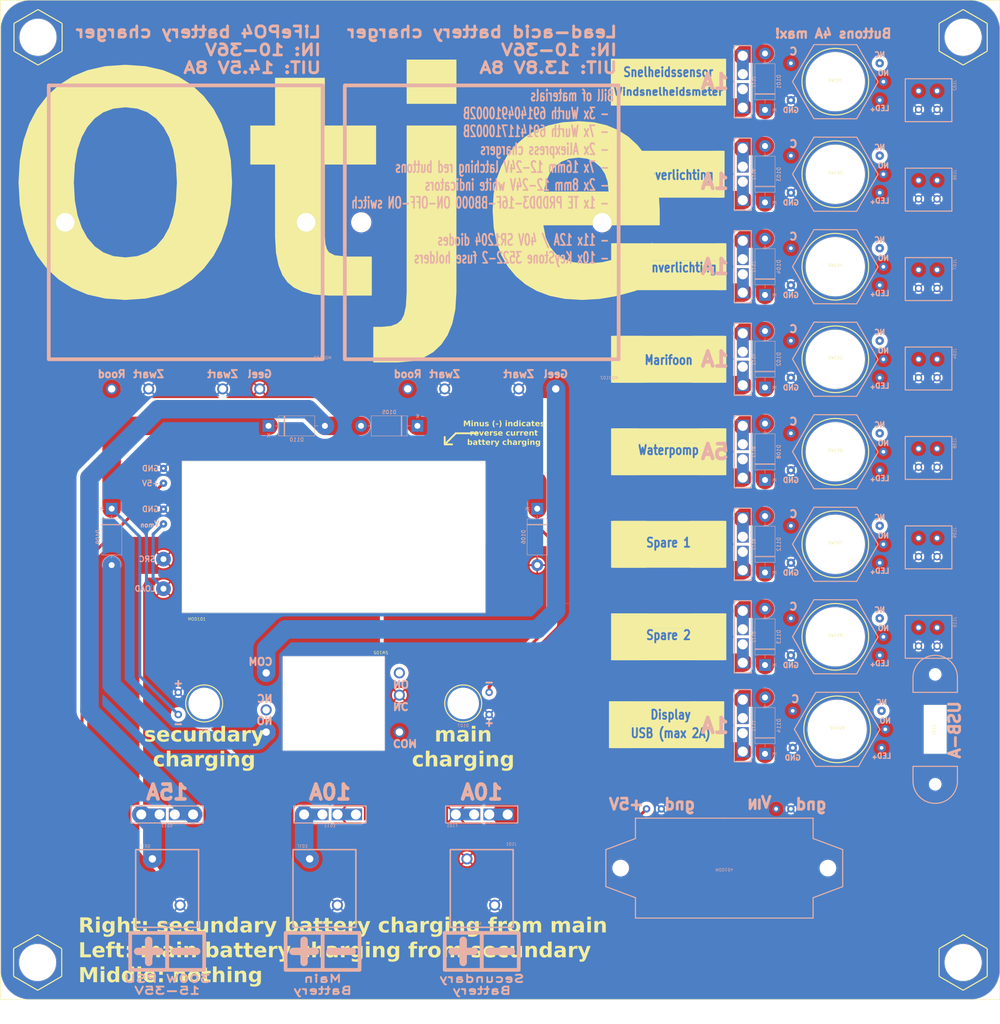
<source format=kicad_pcb>
(kicad_pcb (version 20240108) (generator "pcbnew") (generator_version "8.0")
  (title_block (company "Noldus Information Technology bv"))
  (layers (0 "F.Cu" signal) (31 "B.Cu" signal) (34 "B.Paste" user) (35 "F.Paste" user) (36 "B.SilkS" user "B.Silkscreen") (37 "F.SilkS" user "F.Silkscreen") (38 "B.Mask" user) (39 "F.Mask" user) (44 "Edge.Cuts" user))
  (net 0 "")
  (net 1 "Net-(D101-K)")
  (net 3 "Net-(D101-A)")
  (net 4 "Net-(J101-Pin_1)")
  (net 5 "GND")
  (net 6 "Net-(J102-Pin_1)")
  (net 7 "+24V")
  (net 8 "Net-(J103-Pin_1)")
  (net 9 "Net-(D108-K)")
  (net 10 "Net-(D102-K)")
  (net 11 "Net-(D102-A)")
  (net 12 "+14V")
  (net 13 "+BATT")
  (net 15 "Net-(D103-A)")
  (net 16 "Net-(D103-K)")
  (net 17 "Net-(D104-K)")
  (net 18 "Net-(D104-A)")
  (net 19 "Net-(D109-K)")
  (net 20 "Net-(D105-K)")
  (net 21 "Net-(D106-A)")
  (net 22 "Net-(D112-K)")
  (net 23 "Net-(J104-Pin_1)")
  (net 24 "Net-(J105-Pin_1)")
  (net 25 "Net-(J106-Pin_1)")
  (net 26 "Net-(J107-Pin_1)")
  (net 27 "Net-(J108-Pin_1)")
  (net 28 "Net-(J109-Pin_1)")
  (net 35 "Net-(D108-A)")
  (net 36 "Net-(D109-A)")
  (net 37 "Net-(D112-A)")
  (net 38 "Net-(D113-K)")
  (net 39 "Net-(D113-A)")
  (net 40 "Net-(F101-Pad1)")
  (net 41 "Net-(J110-Pin_1)")
  (net 42 "+5V")
  (net 44 "Net-(D114-K)")
  (net 45 "Net-(D114-A)")
  (net 46 "Net-(MOD104-VIN)")
  (footprint "_projectlib:SW_16mm_ILUM" (layer "F.Cu") (at 275.55 227)
    (property "Reference" "SW107")
    (property "Value" "SW_16mm_RED" (hide yes))
    (fp_circle (center 0 0) (end 8 0) (stroke (width 0.1)) (fill none) (layer "Edge.Cuts"))
  )
  (footprint "_projectlib:SW_PRDDD3" (layer "F.Cu") (at 140 270 180)
    (property "Reference" "SW105")
    (property "Value" "PRDDD3" (hide yes))
    (fp_rect (start -13.8 -12.75) (end 13.8 12.75) (stroke (width 0.05)) (fill none) (layer "Edge.Cuts"))
  )
  (footprint "_projectlib:SW_16mm_ILUM" (layer "F.Cu") (at 275.55 127)
    (property "Reference" "SW103")
    (property "Value" "SW_16mm_RED" (hide yes))
    (fp_circle (center 0 0) (end 8 0) (stroke (width 0.1)) (fill none) (layer "Edge.Cuts"))
  )
  (footprint "_projectlib:SW_16mm_ILUM" (layer "F.Cu") (at 275.55 152)
    (property "Reference" "SW104")
    (property "Value" "SW_16mm_RED" (hide yes))
    (fp_circle (center 0 0) (end 8 0) (stroke (width 0.1)) (fill none) (layer "Edge.Cuts"))
  )
  (footprint "_projectlib:SW_16mm_ILUM" (layer "F.Cu") (at 275.55 252)
    (property "Reference" "SW108")
    (property "Value" "SW_16mm_RED" (hide yes))
    (fp_circle (center 0 0) (end 8 0) (stroke (width 0.1)) (fill none) (layer "Edge.Cuts"))
  )
  (footprint "_projectlib:LED_Indictor-8mm" (layer "F.Cu") (at 105 270)
    (property "Reference" "D111")
    (property "Value" "White" (hide yes))
  )
  (footprint "_projectlib:SW_16mm_ILUM" (layer "F.Cu") (at 275.55 102)
    (property "Reference" "SW101")
    (property "Value" "SW_16mm_RED" (hide yes))
    (fp_circle (center 0 0) (end 8 0) (stroke (width 0.1)) (fill none) (layer "Edge.Cuts"))
  )
  (footprint "_projectlib:SW_16mm_ILUM" (layer "F.Cu") (at 275.55 202)
    (property "Reference" "SW106")
    (property "Value" "SW_16mm_RED" (hide yes))
    (fp_circle (center 0 0) (end 8 0) (stroke (width 0.1)) (fill none) (layer "Edge.Cuts"))
  )
  (footprint "_projectlib:USBA-PanelMount" (layer "F.Cu") (at 302.55 277 90)
    (property "Reference" "J111")
    (property "Value" "~" (hide yes))
    (fp_rect (start -6.6 -3.1) (end 6.6 3.1) (stroke (width 0.05)) (fill none) (layer "Edge.Cuts"))
  )
  (footprint "_projectlib:LED_Indictor-8mm" (layer "F.Cu") (at 175 270 180)
    (property "Reference" "D107")
    (property "Value" "White" (hide yes))
  )
  (footprint "_projectlib:SW_16mm_ILUM" (layer "F.Cu") (at 275.55 177)
    (property "Reference" "SW102")
    (property "Value" "SW_16mm_RED" (hide yes))
    (fp_circle (center 0 0) (end 8 0) (stroke (width 0.1)) (fill none) (layer "Edge.Cuts"))
  )
  (footprint "_projectlib:DISP_PZEM-025" (layer "F.Cu") (at 140 225)
    (property "Reference" "MOD101")
    (property "Value" "PZEM-025" (hide yes))
    (fp_rect (start -41 -20.5) (end 41 20.5) (stroke (width 0.15)) (fill none) (layer "Edge.Cuts"))
  )
  (footprint "_projectlib:SW_16mm_ILUM" (layer "F.Cu") (at 276.05 277)
    (property "Reference" "SW109")
    (property "Value" "SW_16mm_RED" (hide yes))
    (fp_circle (center 0 0) (end 8 0) (stroke (width 0.1)) (fill none) (layer "Edge.Cuts"))
  )
  (footprint "_projectlib:FuseHolder_Regular" (layer "B.Cu") (at 250.55 276 90)
    (property "Reference" "F111")
    (property "Value" "1A" (hide yes))
  )
  (footprint "Diode_THT:D_DO-201AD_P15.24mm_Horizontal" (layer "B.Cu") (at 256.55 283.62 90)
    (property "Reference" "D114")
    (property "Value" "D_Schottky")
  )
  (footprint "_projectlib:691411710002B" (layer "B.Cu") (at 300.55 107 -90)
    (property "Reference" "J102")
    (property "Value" "691411710002B" (hide yes))
  )
  (footprint "Diode_THT:D_DO-201AD_P15.24mm_Horizontal" (layer "B.Cu") (at 122.38 195)
    (property "Reference" "D110")
    (property "Value" "D_Schottky")
  )
  (footprint "_projectlib:FuseHolder_Regular" (layer "B.Cu") (at 180 300)
    (property "Reference" "F101")
    (property "Value" "10A" (hide yes))
  )
  (footprint "_projectlib:FuseHolder_Regular" (layer "B.Cu") (at 250.55 227 90)
    (property "Reference" "F109")
    (property "Value" "1A" (hide yes))
  )
  (footprint "_projectlib:MOD_DCDC_14.5V-CHG" (layer "B.Cu") (at 100 140 180)
    (property "Reference" "MOD103")
    (property "Value" "~" (hide yes))
  )
  (footprint "Diode_THT:D_DO-201AD_P15.24mm_Horizontal" (layer "B.Cu") (at 195 217.38 -90)
    (property "Reference" "D106")
    (property "Value" "D_Schottky")
  )
  (footprint "Diode_THT:D_DO-201AD_P15.24mm_Horizontal" (layer "B.Cu") (at 256.55 209.62 90)
    (property "Reference" "D108")
    (property "Value" "D_Schottky")
  )
  (footprint "_projectlib:FuseHolder_Regular" (layer "B.Cu") (at 250.55 127 90)
    (property "Reference" "F106")
    (property "Value" "1A" (hide yes))
  )
  (footprint "_projectlib:691411710002B" (layer "B.Cu") (at 300.55 155.333332 -90)
    (property "Reference" "J107")
    (property "Value" "691411710002B" (hide yes))
  )
  (footprint "_projectlib:FuseHolder_Regular" (layer "B.Cu") (at 95 300)
    (property "Reference" "F105")
    (property "Value" "10A" (hide yes))
  )
  (footprint "Diode_THT:D_DO-201AD_P15.24mm_Horizontal" (layer "B.Cu") (at 256.55 159.62 90)
    (property "Reference" "D104")
    (property "Value" "D_Schottky")
  )
  (footprint "Diode_THT:D_DO-201AD_P15.24mm_Horizontal" (layer "B.Cu") (at 256.55 109.62 90)
    (property "Reference" "D101")
    (property "Value" "D_Schottky")
  )
  (footprint "_projectlib:FuseHolder_Regular" (layer "B.Cu") (at 250.55 202 90)
    (property "Reference" "F108")
    (property "Value" "1A" (hide yes))
  )
  (footprint "_projectlib:691404910002B" (layer "B.Cu") (at 176 312)
    (property "Reference" "J101")
    (property "Value" "691404910002B" (hide yes))
  )
  (footprint "_projectlib:691411710002B" (layer "B.Cu") (at 300.55 203.666664 -90)
    (property "Reference" "J108")
    (property "Value" "691411710002B" (hide yes))
  )
  (footprint "Diode_THT:D_DO-201AD_P15.24mm_Horizontal" (layer "B.Cu") (at 80 217.38 -90)
    (property "Reference" "D109")
    (property "Value" "D_Schottky")
  )
  (footprint "Diode_THT:D_DO-201AD_P15.24mm_Horizontal" (layer "B.Cu") (at 256.55 134.62 90)
    (property "Reference" "D103")
    (property "Value" "D_Schottky")
  )
  (footprint "_projectlib:FuseHolder_Regular" (layer "B.Cu") (at 250.55 102 90)
    (property "Reference" "F102")
    (property "Value" "1A" (hide yes))
  )
  (footprint "_projectlib:691411710002B" (layer "B.Cu") (at 300.55 131.166666 -90)
    (property "Reference" "J106")
    (property "Value" "691411710002B" (hide yes))
  )
  (footprint "Diode_THT:D_DO-201AD_P15.24mm_Horizontal" (layer "B.Cu") (at 256.55 234.62 90)
    (property "Reference" "D112")
    (property "Value" "D_Schottky")
  )
  (footprint "_projectlib:FuseHolder_Regular" (layer "B.Cu") (at 250.55 252 90)
    (property "Reference" "F110")
    (property "Value" "1A" (hide yes))
  )
  (footprint "Diode_THT:D_DO-201AD_P15.24mm_Horizontal" (layer "B.Cu") (at 162.62 195 180)
    (property "Reference" "D105")
    (property "Value" "D_Schottky")
  )
  (footprint "_projectlib:FuseHolder_Regular" (layer "B.Cu") (at 139 300)
    (property "Reference" "F103")
    (property "Value" "10A" (hide yes))
  )
  (footprint "Diode_THT:D_DO-201AD_P15.24mm_Horizontal" (layer "B.Cu") (at 256.55 184.62 90)
    (property "Reference" "D102")
    (property "Value" "D_Schottky")
  )
  (footprint "_projectlib:691411710002B" (layer "B.Cu") (at 300.55 227.83333 -90)
    (property "Reference" "J109")
    (property "Value" "691411710002B" (hide yes))
  )
  (footprint "_projectlib:FuseHolder_Regular" (layer "B.Cu") (at 250.55 177 90)
    (property "Reference" "F104")
    (property "Value" "1A" (hide yes))
  )
  (footprint "_projectlib:691411710002B" (layer "B.Cu") (at 300.55 252 -90)
    (property "Reference" "J110")
    (property "Value" "691411710002B" (hide yes))
  )
  (footprint "_projectlib:FuseHolder_Regular" (layer "B.Cu") (at 250.55 152 90)
    (property "Reference" "F107")
    (property "Value" "1A" (hide yes))
  )
  (footprint "_projectlib:691404910002B" (layer "B.Cu") (at 133.5 312)
    (property "Reference" "J103")
    (property "Value" "691404910002B" (hide yes))
  )
  (footprint "_projectlib:MOD_BUCK_5V3A" (layer "B.Cu") (at 245.55 314.5)
    (property "Reference" "MOD104")
    (property "Value" "~" (hide yes))
  )
  (footprint "_projectlib:MOD_DCDC_14.5V-CHG" (layer "B.Cu") (at 180 140 180)
    (property "Reference" "MOD102")
    (property "Value" "~" (hide yes))
  )
  (footprint "_projectlib:691404910002B" (layer "B.Cu") (at 91 312)
    (property "Reference" "J105")
    (property "Value" "691404910002B" (hide yes))
  )
  (footprint "_projectlib:691411710002B" (layer "B.Cu") (at 300.55 179.499998 -90)
    (property "Reference" "J104")
    (property "Value" "691411710002B" (hide yes))
  )
  (footprint "Diode_THT:D_DO-201AD_P15.24mm_Horizontal" (layer "B.Cu") (at 256.55 259.62 90)
    (property "Reference" "D113")
    (property "Value" "D_Schottky")
  )
  (gr_line (start 178 337) (end 172 337) (stroke (width 2)) (layer "B.SilkS"))
  (gr_line (start 135 337) (end 129 337) (stroke (width 2)) (layer "B.SilkS"))
  (gr_line (start 132 334) (end 132 340) (stroke (width 2)) (layer "B.SilkS"))
  (gr_line (start 175 334) (end 175 340) (stroke (width 2)) (layer "B.SilkS"))
  (gr_line (start 90 334) (end 90 340) (stroke (width 2)) (layer "B.SilkS"))
  (gr_rect (start 137 332) (end 147 342) (stroke (width 1)) (fill none) (layer "B.SilkS"))
  (gr_rect (start 85 332) (end 95 342) (stroke (width 1)) (fill none) (layer "B.SilkS"))
  (gr_line (start 93 337) (end 87 337) (stroke (width 2)) (layer "B.SilkS"))
  (gr_rect (start 95 332) (end 105 342) (stroke (width 1)) (fill none) (layer "B.SilkS"))
  (gr_rect (start 170 332) (end 180 342) (stroke (width 1)) (fill none) (layer "B.SilkS"))
  (gr_line (start 145 337) (end 139 337) (stroke (width 2)) (layer "B.SilkS"))
  (gr_rect (start 127 332) (end 137 342) (stroke (width 1)) (fill none) (layer "B.SilkS"))
  (gr_line (start 188 337) (end 182 337) (stroke (width 2)) (layer "B.SilkS"))
  (gr_line (start 103 337) (end 97 337) (stroke (width 2)) (layer "B.SilkS"))
  (gr_rect (start 180 332) (end 190 342) (stroke (width 1)) (fill none) (layer "B.SilkS"))
  (gr_rect (start 215.528373 195.75) (end 245.528373 199.60582) (stroke (width 0.15)) (fill solid) (layer "F.SilkS"))
  (gr_rect (start 215.55 154.492569) (end 245.55 158.25) (stroke (width 0.15)) (fill solid) (layer "F.SilkS"))
  (gr_rect (start 215.05 120.75) (end 245.05 125.26919) (stroke (width 0.15)) (fill solid) (layer "F.SilkS"))
  (gr_rect (start 238.684597 195.75) (end 246.028373 208.25) (stroke (width 0.15)) (fill solid) (layer "F.SilkS"))
  (gr_rect (start 236.991892 170.75) (end 246.028373 183.25) (stroke (width 0.15)) (fill solid) (layer "F.SilkS"))
  (gr_line (start 170 200) (end 172 200) (stroke (width 0.5)) (layer "F.SilkS"))
  (gr_line (start 303.689007 86.195835) (end 310.010992 82.545835) (stroke (width 0.3)) (layer "F.SilkS"))
  (gr_rect (start 215.435814 101) (end 245.664186 103.289399) (stroke (width 0.15)) (fill solid) (layer "F.SilkS"))
  (gr_line (start 310.010993 347.454165) (end 303.689008 343.804165) (stroke (width 0.3)) (layer "F.SilkS"))
  (gr_rect (start 214.973604 95.88135) (end 215.553882 108.38135) (stroke (width 0.15)) (fill solid) (layer "F.SilkS"))
  (gr_rect (start 214.55 120.75) (end 217.368693 133.25) (stroke (width 0.15)) (fill solid) (layer "F.SilkS"))
  (gr_line (start 53.6 93.65) (end 53.6 86.35) (stroke (width 0.3)) (layer "F.SilkS"))
  (gr_rect (start 215.028373 195.75) (end 222.202108 208.25) (stroke (width 0.15)) (fill solid) (layer "F.SilkS"))
  (gr_rect (start 215.528373 253.848006) (end 245.528373 258.25) (stroke (width 0.15)) (fill solid) (layer "F.SilkS"))
  (gr_rect (start 236.610879 245.75) (end 246.028373 258.25) (stroke (width 0.15)) (fill solid) (layer "F.SilkS"))
  (gr_line (start 66.410993 343.804165) (end 60.089008 347.454165) (stroke (width 0.3)) (layer "F.SilkS"))
  (gr_line (start 316.510993 343.804165) (end 310.189008 347.454165) (stroke (width 0.3)) (layer "F.SilkS"))
  (gr_rect (start 242.608779 120.75) (end 245.55 133.25) (stroke (width 0.15)) (fill solid) (layer "F.SilkS"))
  (gr_rect (start 215.199675 96.946295) (end 218.230116 101.121434) (stroke (width 0.15)) (fill solid) (layer "F.SilkS"))
  (gr_rect (start 222.519819 275.21706) (end 244.580181 276.005079) (stroke (width 0.15)) (fill solid) (layer "F.SilkS"))
  (gr_rect (start 243.476975 145.75) (end 246.05 158.25) (stroke (width 0.15)) (fill solid) (layer "F.SilkS"))
  (gr_rect (start 215.028373 245.75) (end 224.410406 258.25) (stroke (width 0.15)) (fill solid) (layer "F.SilkS"))
  (gr_line (start 310.010993 97.454165) (end 303.689008 93.804165) (stroke (width 0.3)) (layer "F.SilkS"))
  (gr_rect (start 215.528373 170.75) (end 245.528373 175.26919) (stroke (width 0.15)) (fill solid) (layer "F.SilkS"))
  (gr_rect (start 215.528373 203.980496) (end 245.528373 208.25) (stroke (width 0.15)) (fill solid) (layer "F.SilkS"))
  (gr_rect (start 215.473604 95.88135) (end 245.473604 97.517747) (stroke (width 0.15)) (fill solid) (layer "F.SilkS"))
  (gr_line (start 170 198) (end 170 200) (stroke (width 0.5)) (layer "F.SilkS"))
  (gr_line (start 316.6 86.35) (end 316.6 93.65) (stroke (width 0.3)) (layer "F.SilkS"))
  (gr_line (start 66.510993 93.804165) (end 60.189008 97.454165) (stroke (width 0.3)) (layer "F.SilkS"))
  (gr_rect (start 242.633745 96.824861) (end 245.664186 101) (stroke (width 0.15)) (fill solid) (layer "F.SilkS"))
  (gr_line (start 60.010993 97.454165) (end 53.689008 93.804165) (stroke (width 0.3)) (layer "F.SilkS"))
  (gr_rect (start 236.712534 269.5) (end 243.772896 275.777263) (stroke (width 0.15)) (fill solid) (layer "F.SilkS"))
  (gr_rect (start 215.05 145.75) (end 217.621179 158.25) (stroke (width 0.15)) (fill solid) (layer "F.SilkS"))
  (gr_line (start 316.510993 93.804165) (end 310.189008 97.454165) (stroke (width 0.3)) (layer "F.SilkS"))
  (gr_rect (start 215.528373 228.913156) (end 245.528373 233.25) (stroke (width 0.15)) (fill solid) (layer "F.SilkS"))
  (gr_line (start 53.5 343.65) (end 53.5 336.35) (stroke (width 0.3)) (layer "F.SilkS"))
  (gr_rect (start 215.028373 170.75) (end 224.041282 183.25) (stroke (width 0.15)) (fill solid) (layer "F.SilkS"))
  (gr_line (start 303.689007 336.195835) (end 310.010992 332.545835) (stroke (width 0.3)) (layer "F.SilkS"))
  (gr_rect (start 214.967494 269.5) (end 244.967494 271.154484) (stroke (width 0.15)) (fill solid) (layer "F.SilkS"))
  (gr_line (start 60.089007 332.545835) (end 66.410992 336.195835) (stroke (width 0.3)) (layer "F.SilkS"))
  (gr_rect (start 215.528373 178.672644) (end 245.528373 183.25) (stroke (width 0.15)) (fill solid) (layer "F.SilkS"))
  (gr_line (start 53.689007 86.195835) (end 60.010992 82.545835) (stroke (width 0.3)) (layer "F.SilkS"))
  (gr_rect (start 215.528373 245.75) (end 245.528373 249.60582) (stroke (width 0.15)) (fill solid) (layer "F.SilkS"))
  (gr_rect (start 50 80) (end 320 350) (stroke (width 0.15)) (fill none) (layer "F.SilkS"))
  (gr_rect (start 215.473604 106.035882) (end 245.473604 108.38135) (stroke (width 0.15)) (fill solid) (layer "F.SilkS"))
  (gr_rect (start 215.028373 220.75) (end 224.456767 233.25) (stroke (width 0.15)) (fill solid) (layer "F.SilkS"))
  (gr_line (start 310.189007 82.545835) (end 316.510992 86.195835) (stroke (width 0.3)) (layer "F.SilkS"))
  (gr_line (start 310.189007 332.545835) (end 316.510992 336.195835) (stroke (width 0.3)) (layer "F.SilkS"))
  (gr_rect (start 220.247172 270.75) (end 225.692964 275.75) (stroke (width 0.15)) (fill solid) (layer "F.SilkS"))
  (gr_line (start 66.5 336.35) (end 66.5 343.65) (stroke (width 0.3)) (layer "F.SilkS"))
  (gr_rect (start 215.528373 220.75) (end 245.528373 224.60582) (stroke (width 0.15)) (fill solid) (layer "F.SilkS"))
  (gr_line (start 170 200) (end 173 197) (stroke (width 0.5)) (layer "F.SilkS"))
  (gr_line (start 316.6 336.35) (end 316.6 343.65) (stroke (width 0.3)) (layer "F.SilkS"))
  (gr_line (start 53.589007 336.195835) (end 59.910992 332.545835) (stroke (width 0.3)) (layer "F.SilkS"))
  (gr_line (start 303.6 93.65) (end 303.6 86.35) (stroke (width 0.3)) (layer "F.SilkS"))
  (gr_rect (start 245.349335 95.88135) (end 245.973604 108.38135) (stroke (width 0.15)) (fill solid) (layer "F.SilkS"))
  (gr_line (start 66.6 86.35) (end 66.6 93.65) (stroke (width 0.3)) (layer "F.SilkS"))
  (gr_line (start 59.910993 347.454165) (end 53.589008 343.804165) (stroke (width 0.3)) (layer "F.SilkS"))
  (gr_rect (start 215.05 129.663985) (end 245.05 133.25) (stroke (width 0.15)) (fill solid) (layer "F.SilkS"))
  (gr_line (start 303.6 343.65) (end 303.6 336.35) (stroke (width 0.3)) (layer "F.SilkS"))
  (gr_rect (start 214.967494 280.633443) (end 244.967494 282) (stroke (width 0.15)) (fill solid) (layer "F.SilkS"))
  (gr_line (start 60.189007 82.545835) (end 66.510992 86.195835) (stroke (width 0.3)) (layer "F.SilkS"))
  (gr_line (start 173 197) (end 179 197) (stroke (width 0.5)) (layer "F.SilkS"))
  (gr_rect (start 214.467494 269.5) (end 220.270322 282) (stroke (width 0.15)) (fill solid) (layer "F.SilkS"))
  (gr_rect (start 236.483175 220.75) (end 246.028373 233.25) (stroke (width 0.15)) (fill solid) (layer "F.SilkS"))
  (gr_rect (start 241.793134 269.5) (end 245.467494 282) (stroke (width 0.15)) (fill solid) (layer "F.SilkS"))
  (gr_rect (start 215.55 145.75) (end 245.55 150.26919) (stroke (width 0.15)) (fill solid) (layer "F.SilkS"))
  (gr_arc (start 58 350) (mid 52.343146 347.656854) (end 50 342) (stroke (width 0.1)) (layer "Edge.Cuts"))
  (gr_line (start 320 88) (end 320 342) (stroke (width 0.1)) (layer "Edge.Cuts"))
  (gr_line (start 312 350) (end 58 350) (stroke (width 0.1)) (layer "Edge.Cuts"))
  (gr_circle (center 60.1 90) (end 60.1 95) (stroke (width 0.1)) (fill none) (layer "Edge.Cuts"))
  (gr_arc (start 50 88) (mid 52.343146 82.343146) (end 58 80) (stroke (width 0.1)) (layer "Edge.Cuts"))
  (gr_arc (start 320 342) (mid 317.656854 347.656854) (end 312 350) (stroke (width 0.1)) (layer "Edge.Cuts"))
  (gr_circle (center 310.1 90) (end 310.1 95) (stroke (width 0.1)) (fill none) (layer "Edge.Cuts"))
  (gr_arc (start 312 80) (mid 317.656854 82.343146) (end 320 88) (stroke (width 0.1)) (layer "Edge.Cuts"))
  (gr_line (start 50 342) (end 50 88) (stroke (width 0.1)) (layer "Edge.Cuts"))
  (gr_circle (center 60 340) (end 60 345) (stroke (width 0.1)) (fill none) (layer "Edge.Cuts"))
  (gr_line (start 58 80) (end 312 80) (stroke (width 0.1)) (layer "Edge.Cuts"))
  (gr_circle (center 310.1 340) (end 310.1 345) (stroke (width 0.1)) (fill none) (layer "Edge.Cuts"))
  (gr_text "Lead-acid battery charger\nIN: 10-36V\nUIT: 13.8V 8A" (at 217 100 0) (layer "B.SilkS") (effects (font (size 3 3.6) (thickness 0.75) (bold yes)) (justify left bottom mirror)))
  (gr_text "10A" (at 180 294 0) (layer "B.SilkS") (effects (font (size 4 4) (thickness 1) (bold yes)) (justify mirror)))
  (gr_text "Buttons 4A max!" (at 275 89 0) (layer "B.SilkS") (effects (font (size 2.5 2.5) (thickness 0.625) (bold yes)) (justify mirror)))
  (gr_text "5A" (at 243 202 0) (layer "B.SilkS") (effects (font (size 4 4) (thickness 1) (bold yes)) (justify mirror)))
  (gr_text "1A" (at 243 129 0) (layer "B.SilkS") (effects (font (size 4 4) (thickness 1) (bold yes)) (justify mirror)))
  (gr_text "10A" (at 139 294 0) (layer "B.SilkS") (effects (font (size 4 4) (thickness 1) (bold yes)) (justify mirror)))
  (gr_text "Secundary\nBattery" (at 180 346 0) (layer "B.SilkS") (effects (font (size 2 3) (thickness 0.5) (bold yes)) (justify mirror)))
  (gr_text "1A" (at 243 152 0) (layer "B.SilkS") (effects (font (size 4 4) (thickness 1) (bold yes)) (justify mirror)))
  (gr_text "Main\nBattery" (at 137 346 0) (layer "B.SilkS") (effects (font (size 2 3) (thickness 0.5) (bold yes)) (justify mirror)))
  (gr_text "Bill of materials\n - 3x Wurth 691404910002B\n - 7x Wurth 691411710002B\n - 2x Aliexpress chargers\n - 7x 16mm 12-24V latching red buttons\n - 2x 8mm 12-24V white indicators\n - 1x TE PRDDD3-16F-BB000 ON-OFF-ON switch" (at 216 104 0) (layer "B.SilkS") (effects (font (size 3 1.8) (thickness 0.45) (bold yes)) (justify left top mirror)))
  (gr_text "300W PSU\n15-35V" (at 95 346 0) (layer "B.SilkS") (effects (font (size 2 3) (thickness 0.5) (bold yes)) (justify mirror)))
  (gr_text "LiFePO4 battery charger\nIN: 10-36V\nUIT: 14.5V 8A" (at 137 100 0) (layer "B.SilkS") (effects (font (size 3 3.6) (thickness 0.75) (bold yes)) (justify left bottom mirror)))
  (gr_text "15A" (at 95 294 0) (layer "B.SilkS") (effects (font (size 4 4) (thickness 1) (bold yes)) (justify mirror)))
  (gr_text " - 11x 12A / 40V SR1204 diodes\n - 10x KeyStone 3522-2 fuse holders" (at 216 143 0) (layer "B.SilkS") (effects (font (size 3 1.8) (thickness 0.45) (bold yes)) (justify left top mirror)))
  (gr_text "1A" (at 243 102 0) (layer "B.SilkS") (effects (font (size 4 4) (thickness 1) (bold yes)) (justify mirror)))
  (gr_text "1A" (at 243 177 0) (layer "B.SilkS") (effects (font (size 4 4) (thickness 1) (bold yes)) (justify mirror)))
  (gr_text "1A" (at 243 276 0) (layer "B.SilkS") (effects (font (size 4 4) (thickness 1) (bold yes)) (justify mirror)))
  (gr_text "Spare 2" (at 230.478373 253 0) (layer "F.SilkS" knockout) (effects (font (size 2.5 2) (thickness 0.5) (bold yes)) (justify bottom)))
  (gr_text "Binnenverlichting" (at 230.55 153.672644 0) (layer "F.SilkS" knockout) (effects (font (size 2.5 2) (thickness 0.5) (bold yes)) (justify bottom)))
  (gr_text "Marifoon" (at 230.528373 178.672644 0) (layer "F.SilkS" knockout) (effects (font (size 2.5 2) (thickness 0.5) (bold yes)) (justify bottom)))
  (gr_text "Waterpomp" (at 230.478373 203 0) (layer "F.SilkS" knockout) (effects (font (size 2.5 2) (thickness 0.5) (bold yes)) (justify bottom)))
  (gr_text "Minus (-) indicates\nreverse current\nbattery charging" (at 186 197 0) (layer "F.SilkS") (effects (font (size 1.5 1.5) (thickness 0.375) (bold yes))))
  (gr_text "main\ncharging" (at 175 282 0) (layer "F.SilkS") (effects (font (size 4 4) (thickness 0.75) (bold yes))))
  (gr_text "Display" (at 231.05 274.5 0) (layer "F.SilkS" knockout) (effects (font (size 2.5 2) (thickness 0.5) (bold yes)) (justify bottom)))
  (gr_text "Windsnelheidsmeter" (at 230.423604 105.88135 0) (layer "F.SilkS" knockout) (effects (font (size 2 2) (thickness 0.5) (bold yes)) (justify bottom)))
  (gr_text "Snelheidssensor" (at 230.423604 100.88135 0) (layer "F.SilkS" knockout) (effects (font (size 2.5 2) (thickness 0.5) (bold yes)) (justify bottom)))
  (gr_text "Otje" (at 51 170 0) (layer "F.SilkS") (effects (font (size 60 55) (thickness 13) (bold yes)) (justify left bottom)))
  (gr_text "secundary\ncharging" (at 105 282 0) (layer "F.SilkS") (effects (font (size 4 4) (thickness 4) (bold yes))))
  (gr_text "Right: secundary battery charging from main\nLeft: main battery charging from secundary\nMiddle: nothing" (at 71 346 0) (layer "F.SilkS") (effects (font (size 4 4) (thickness 1) (bold yes)) (justify left bottom)))
  (gr_text "Buitenverlichting" (at 230.05 128.672644 0) (layer "F.SilkS" knockout) (effects (font (size 2.5 2) (thickness 0.5) (bold yes)) (justify bottom)))
  (gr_text "USB (max 2A)" (at 231.05 279.5 0) (layer "F.SilkS" knockout) (effects (font (size 2.5 2) (thickness 0.5) (bold yes)) (justify bottom)))
  (gr_text "Spare 1" (at 230.478373 228 0) (layer "F.SilkS" knockout) (effects (font (size 2.5 2) (thickness 0.5) (bold yes)) (justify bottom)))
  (segment (start 256.55 104) (end 263.55 97) (width 5) (layer "F.Cu") (net 1))
  (segment (start 256.55 109.62) (end 256.55 104) (width 5) (layer "F.Cu") (net 1))
  (segment (start 251.17 94.38) (end 250.55 95) (width 5) (layer "F.Cu") (net 3))
  (segment (start 256.55 94.38) (end 251.17 94.38) (width 5) (layer "F.Cu") (net 3))
  (segment (start 89.4 258.4) (end 89.4 222.1) (width 0.8) (layer "B.Cu") (net 5))
  (segment (start 98 267) (end 89.4 258.4) (width 0.8) (layer "B.Cu") (net 5))
  (segment (start 89.4 222.1) (end 94 217.5) (width 0.8) (layer "B.Cu") (net 5))
  (segment (start 288.55 106) (end 287.55 107) (width 5) (layer "F.Cu") (net 6))
  (segment (start 295.55 102) (end 298.05 104.5) (width 5) (layer "F.Cu") (net 6))
  (segment (start 288.55 102) (end 288.55 106) (width 5) (layer "F.Cu") (net 6))
  (segment (start 303.05 104.5) (end 298.05 104.5) (width 5) (layer "F.Cu") (net 6))
  (segment (start 288.55 102) (end 295.55 102) (width 5) (layer "F.Cu") (net 6))
  (segment (start 137.62 195) (end 147.38 195) (width 5) (layer "F.Cu") (net 7))
  (segment (start 102 300) (end 74 272) (width 5) (layer "B.Cu") (net 7))
  (segment (start 92.5 190.5) (end 133.12 190.5) (width 5) (layer "B.Cu") (net 7))
  (segment (start 133.12 190.5) (end 137.62 195) (width 5) (layer "B.Cu") (net 7))
  (segment (start 74 209) (end 92.5 190.5) (width 5) (layer "B.Cu") (net 7))
  (segment (start 74 272) (end 74 209) (width 5) (layer "B.Cu") (net 7))
  (segment (start 132 310.5) (end 133.5 312) (width 5) (layer "B.Cu") (net 8))
  (segment (start 132 300) (end 132 310.5) (width 5) (layer "B.Cu") (net 8))
  (segment (start 256.55 209.62) (end 256.55 204) (width 5) (layer "F.Cu") (net 9))
  (segment (start 256.55 204) (end 263.55 197) (width 5) (layer "F.Cu") (net 9))
  (segment (start 256.55 179) (end 263.55 172) (width 5) (layer "F.Cu") (net 10))
  (segment (start 256.55 184.62) (end 256.55 179) (width 5) (layer "F.Cu") (net 10))
  (segment (start 251.17 169.38) (end 250.55 170) (width 5) (layer "F.Cu") (net 11))
  (segment (start 256.55 169.38) (end 251.17 169.38) (width 5) (layer "F.Cu") (net 11))
  (segment (start 250.55 159) (end 238.35 159) (width 5) (layer "F.Cu") (net 12))
  (segment (start 238.35 209) (end 238.35 234) (width 5) (layer "F.Cu") (net 12))
  (segment (start 250.55 184) (end 238.35 184) (width 5) (layer "F.Cu") (net 12))
  (segment (start 231.05 290.5) (end 238.55 283) (width 7) (layer "F.Cu") (net 12))
  (segment (start 191.55 290.5) (end 187 295.05) (width 7) (layer "F.Cu") (net 12))
  (segment (start 250.55 259) (end 238.35 259) (width 5) (layer "F.Cu") (net 12))
  (segment (start 238.35 282.8) (end 238.55 283) (width 5) (layer "F.Cu") (net 12))
  (segment (start 250.55 209) (end 238.35 209) (width 5) (layer "F.Cu") (net 12))
  (segment (start 162.75 277.75) (end 175.5 290.5) (width 5) (layer "F.Cu") (net 12))
  (segment (start 238.35 184) (end 238.35 209) (width 5) (layer "F.Cu") (net 12))
  (segment (start 250.55 109) (end 239.15 109) (width 5) (layer "F.Cu") (net 12))
  (segment (start 157.75 277.75) (end 162.75 277.75) (width 5) (layer "F.Cu") (net 12))
  (segment (start 238.55 283) (end 250.55 283) (width 5) (layer "F.Cu") (net 12))
  (segment (start 238.35 234) (end 238.35 259) (width 5) (layer "F.Cu") (net 12))
  (segment (start 238.35 135) (end 238.35 159) (width 5) (layer "F.Cu") (net 12))
  (segment (start 175.5 290.5) (end 191.55 290.5) (width 5) (layer "F.Cu") (net 12))
  (segment (start 238.35 159) (end 238.35 184) (width 5) (layer "F.Cu") (net 12))
  (segment (start 239.15 109) (end 238.35 109.8) (width 5) (layer "F.Cu") (net 12))
  (segment (start 187 295.05) (end 187 300) (width 7) (layer "F.Cu") (net 12))
  (segment (start 231.05 290.5) (end 191.55 290.5) (width 7) (layer "F.Cu") (net 12))
  (segment (start 250.55 234) (end 238.35 234) (width 5) (layer "F.Cu") (net 12))
  (segment (start 250.55 134) (end 239.35 134) (width 5) (layer "F.Cu") (net 12))
  (segment (start 239.35 134) (end 238.35 135) (width 5) (layer "F.Cu") (net 12))
  (segment (start 238.35 109.8) (end 238.35 135) (width 5) (layer "F.Cu") (net 12))
  (segment (start 238.35 259) (end 238.35 282.8) (width 5) (layer "F.Cu") (net 12))
  (segment (start 200.1 244.9) (end 200.1 185.1) (width 5) (layer "B.Cu") (net 13))
  (segment (start 195 250) (end 200.1 244.9) (width 5) (layer "B.Cu") (net 13))
  (segment (start 127 250) (end 195 250) (width 5) (layer "B.Cu") (net 13))
  (segment (start 121.75 261.75) (end 121.75 255.25) (width 5) (layer "B.Cu") (net 13))
  (segment (start 200.1 185.1) (end 200 185) (width 5) (layer "B.Cu") (net 13))
  (segment (start 121.75 255.25) (end 127 250) (width 5) (layer "B.Cu") (net 13))
  (segment (start 251.17 119.38) (end 250.55 120) (width 5) (layer "F.Cu") (net 15))
  (segment (start 256.55 119.38) (end 251.17 119.38) (width 5) (layer "F.Cu") (net 15))
  (segment (start 256.55 129) (end 263.55 122) (width 5) (layer "F.Cu") (net 16))
  (segment (start 256.55 134.62) (end 256.55 129) (width 5) (layer "F.Cu") (net 16))
  (segment (start 256.55 159.62) (end 256.55 154) (width 5) (layer "F.Cu") (net 17))
  (segment (start 256.55 154) (end 263.55 147) (width 5) (layer "F.Cu") (net 17))
  (segment (start 256.55 144.38) (end 251.17 144.38) (width 5) (layer "F.Cu") (net 18))
  (segment (start 251.17 144.38) (end 250.55 145) (width 5) (layer "F.Cu") (net 18))
  (segment (start 80 195) (end 80 217.38) (width 5) (layer "F.Cu") (net 19))
  (segment (start 122.38 195) (end 80 195) (width 5) (layer "F.Cu") (net 19))
  (segment (start 80 185) (end 80 195) (width 5) (layer "F.Cu") (net 19))
  (segment (start 87.6 224.98) (end 80 217.38) (width 0.8) (layer "B.Cu") (net 19))
  (segment (start 87.6 262.6) (end 87.6 224.98) (width 0.8) (layer "B.Cu") (net 19))
  (segment (start 98 273) (end 87.6 262.6) (width 0.8) (layer "B.Cu") (net 19))
  (segment (start 199 226) (end 195 222) (width 0.8) (layer "F.Cu") (net 20))
  (segment (start 162.62 195) (end 180 195) (width 5) (layer "F.Cu") (net 20))
  (segment (start 160 185) (end 160 192.38) (width 5) (layer "F.Cu") (net 20))
  (segment (start 160 192.38) (end 162.62 195) (width 5) (layer "F.Cu") (net 20))
  (segment (start 195 222) (end 195 217.38) (width 0.8) (layer "F.Cu") (net 20))
  (segment (start 195 210) (end 195 217.38) (width 5) (layer "F.Cu") (net 20))
  (segment (start 182 265.5) (end 199 248.5) (width 0.8) (layer "F.Cu") (net 20))
  (segment (start 199 248.5) (end 199 226) (width 0.8) (layer "F.Cu") (net 20))
  (segment (start 180 195) (end 195 210) (width 5) (layer "F.Cu") (net 20))
  (segment (start 182 267) (end 182 265.5) (width 0.8) (layer "F.Cu") (net 20))
  (segment (start 256.55 234.62) (end 256.55 229) (width 5) (layer "F.Cu") (net 22))
  (segment (start 256.55 229) (end 263.55 222) (width 5) (layer "F.Cu") (net 22))
  (segment (start 303.05 176.999998) (end 298.05 176.999998) (width 5) (layer "F.Cu") (net 23))
  (segment (start 288.55 177) (end 298.049998 177) (width 5) (layer "F.Cu") (net 23))
  (segment (start 288.55 177) (end 288.55 181) (width 5) (layer "F.Cu") (net 23))
  (segment (start 298.049998 177) (end 298.05 176.999998) (width 5) (layer "F.Cu") (net 23))
  (segment (start 288.55 181) (end 287.55 182) (width 5) (layer "F.Cu") (net 23))
  (segment (start 91 312) (end 91 303) (width 5) (layer "B.Cu") (net 24))
  (segment (start 91 303) (end 88 300) (width 5) (layer "B.Cu") (net 24))
  (segment (start 296.383334 127) (end 298.05 128.666666) (width 5) (layer "F.Cu") (net 25))
  (segment (start 288.55 131) (end 287.55 132) (width 5) (layer "F.Cu") (net 25))
  (segment (start 298.05 128.666666) (end 303.05 128.666666) (width 5) (layer "F.Cu") (net 25))
  (segment (start 288.55 127) (end 288.55 131) (width 5) (layer "F.Cu") (net 25))
  (segment (start 288.55 127) (end 296.383334 127) (width 5) (layer "F.Cu") (net 25))
  (segment (start 288.55 152) (end 297.216668 152) (width 5) (layer "F.Cu") (net 26))
  (segment (start 303.05 152.833332) (end 298.05 152.833332) (width 5) (layer "F.Cu") (net 26))
  (segment (start 288.55 152) (end 288.55 156) (width 5) (layer "F.Cu") (net 26))
  (segment (start 297.216668 152) (end 298.05 152.833332) (width 5) (layer "F.Cu") (net 26))
  (segment (start 288.55 156) (end 287.55 157) (width 5) (layer "F.Cu") (net 26))
  (segment (start 288.55 202) (end 291 202) (width 5) (layer "F.Cu") (net 27))
  (segment (start 291.833336 201.166664) (end 298.05 201.166664) (width 5) (layer "F.Cu") (net 27))
  (segment (start 303.05 201.166664) (end 298.05 201.166664) (width 5) (layer "F.Cu") (net 27))
  (segment (start 291 202) (end 291.833336 201.166664) (width 5) (layer "F.Cu") (net 27))
  (segment (start 288.55 206) (end 287.55 207) (width 5) (layer "F.Cu") (net 27))
  (segment (start 288.55 202) (end 288.55 206) (width 5) (layer "F.Cu") (net 27))
  (segment (start 292 227) (end 293.66667 225.33333) (width 5) (layer "F.Cu") (net 28))
  (segment (start 288.55 231) (end 287.55 232) (width 5) (layer "F.Cu") (net 28))
  (segment (start 303.05 225.33333) (end 298.05 225.33333) (width 5) (layer "F.Cu") (net 28))
  (segment (start 293.66667 225.33333) (end 298.05 225.33333) (width 5) (layer "F.Cu") (net 28))
  (segment (start 288.55 227) (end 292 227) (width 5) (layer "F.Cu") (net 28))
  (segment (start 288.55 227) (end 288.55 231) (width 5) (layer "F.Cu") (net 28))
  (segment (start 251.17 194.38) (end 250.55 195) (width 5) (layer "F.Cu") (net 35))
  (segment (start 256.55 194.38) (end 251.17 194.38) (width 5) (layer "F.Cu") (net 35))
  (segment (start 80 232.62) (end 80 265) (width 5) (layer "B.Cu") (net 36))
  (segment (start 80 265) (end 95 280) (width 5) (layer "B.Cu") (net 36))
  (segment (start 95 280) (end 119.5 280) (width 5) (layer "B.Cu") (net 36))
  (segment (start 119.5 280) (end 121.75 277.75) (width 5) (layer "B.Cu") (net 36))
  (segment (start 251.17 219.38) (end 250.55 220) (width 5) (layer "F.Cu") (net 37))
  (segment (start 256.55 219.38) (end 251.17 219.38) (width 5) (layer "F.Cu") (net 37))
  (segment (start 256.55 259.62) (end 256.55 254) (width 5) (layer "F.Cu") (net 38))
  (segment (start 256.55 254) (end 263.55 247) (width 5) (layer "F.Cu") (net 38))
  (segment (start 251.17 244.38) (end 250.55 245) (width 5) (layer "F.Cu") (net 39))
  (segment (start 256.55 244.38) (end 251.17 244.38) (width 5) (layer "F.Cu") (net 39))
  (segment (start 91.2 236.2) (end 94 239) (width 0.8) (layer "B.Cu") (net 40))
  (segment (start 94 221.5) (end 91.2 224.3) (width 0.8) (layer "B.Cu") (net 40))
  (segment (start 91.2 224.3) (end 91.2 236.2) (width 0.8) (layer "B.Cu") (net 40))
  (segment (start 288.55 256) (end 287.55 257) (width 5) (layer "F.Cu") (net 41))
  (segment (start 303.05 249.5) (end 298.05 249.5) (width 5) (layer "F.Cu") (net 41))
  (segment (start 294.5 249.5) (end 298.05 249.5) (width 5) (layer "F.Cu") (net 41))
  (segment (start 288.55 252) (end 292 252) (width 5) (layer "F.Cu") (net 41))
  (segment (start 288.55 252) (end 288.55 256) (width 5) (layer "F.Cu") (net 41))
  (segment (start 292 252) (end 294.5 249.5) (width 5) (layer "F.Cu") (net 41))
  (segment (start 218.05 305) (end 190 305) (width 0.8) (layer "F.Cu") (net 42))
  (segment (start 189 327) (end 175.1 340.9) (width 0.8) (layer "F.Cu") (net 42))
  (segment (start 91.384568 340.9) (end 72 321.515432) (width 0.8) (layer "F.Cu") (net 42))
  (segment (start 72 321.515432) (end 72 232.5) (width 0.8) (layer "F.Cu") (net 42))
  (segment (start 224.55 298.5) (end 218.05 305) (width 0.8) (layer "F.Cu") (net 42))
  (segment (start 72 232.5) (end 94 210.5) (width 0.8) (layer "F.Cu") (net 42))
  (segment (start 190 305) (end 189 306) (width 0.8) (layer "F.Cu") (net 42))
  (segment (start 189 306) (end 189 327) (width 0.8) (layer "F.Cu") (net 42))
  (segment (start 175.1 340.9) (end 91.384568 340.9) (width 0.8) (layer "F.Cu") (net 42))
  (segment (start 256.55 279.5) (end 264.05 272) (width 5) (layer "F.Cu") (net 44))
  (segment (start 256.55 283.62) (end 256.55 279.5) (width 5) (layer "F.Cu") (net 44))
  (segment (start 256.55 268.38) (end 251.17 268.38) (width 5) (layer "F.Cu") (net 45))
  (segment (start 251.17 268.38) (end 250.55 269) (width 5) (layer "F.Cu") (net 45))
  (segment (start 289.05 277) (end 289.05 281) (width 5) (layer "F.Cu") (net 46))
  (segment (start 275 305) (end 288.05 291.95) (width 4) (layer "F.Cu") (net 46))
  (segment (start 259.55 298.5) (end 259.55 300.156855) (width 4) (layer "F.Cu") (net 46))
  (segment (start 289.05 281) (end 288.05 282) (width 5) (layer "F.Cu") (net 46))
  (segment (start 288.05 291.95) (end 288.05 282) (width 4) (layer "F.Cu") (net 46))
  (segment (start 264.393145 305) (end 275 305) (width 4) (layer "F.Cu") (net 46))
  (segment (start 259.55 300.156855) (end 264.393145 305) (width 4) (layer "F.Cu") (net 46))
  (zone (net 40) (net_name "Net-(F101-Pad1)") (layer "F.Cu") (priority 2) (connect_pads (clearance 0.508)) (min_thickness 0.25) (fill yes (thermal_gap 0.5) (thermal_bridge_width 0.5))
    (polygon (pts (xy 180 295) (xy 125 295) (xy 100 270) (xy 100 235) (xy 90 235) (xy 87.5 240) (xy 87.5 325) (xy 180 325)))
  )
  (zone (net 12) (net_name "+14V") (layer "F.Cu") (connect_pads (clearance 0.508)) (min_thickness 0.25) (fill yes (thermal_gap 0.5) (thermal_bridge_width 0.5))
    (polygon (pts (xy 52.5 115) (xy 52.5 187.5) (xy 231 187.5) (xy 231 85) (xy 80 85)))
  )
  (zone (net 4) (net_name "Net-(J101-Pin_1)") (layer "F.Cu") (priority 3) (connect_pads (clearance 0.508)) (min_thickness 0.25) (fill yes (thermal_gap 0.5) (thermal_bridge_width 0.5))
    (polygon (pts (xy 187.5 305) (xy 187.5 345) (xy 70 345) (xy 70 225) (xy 100 225) (xy 100 235) (xy 87.5 235) (xy 87.5 310) (xy 100 325) (xy 150 325) (xy 170 305)))
  )
  (zone (net 13) (net_name "+BATT") (layer "F.Cu") (priority 4) (connect_pads (clearance 0.508)) (min_thickness 0.25) (fill yes (thermal_gap 0.5) (thermal_bridge_width 0.5))
    (polygon (pts (xy 152.5 297.5) (xy 147.5 302.5) (xy 140 302.5) (xy 140 295) (xy 125 295) (xy 100 270) (xy 100 242.5) (xy 152.5 242.5)))
  )
  (zone (net 12) (net_name "+14V") (layer "F.Cu") (connect_pads (clearance 0.508)) (min_thickness 0.25) (fill yes (thermal_gap 0.5) (thermal_bridge_width 0.5))
    (polygon (pts (xy 198.55 287) (xy 245.55 287) (xy 245.55 85) (xy 198.55 85)))
  )
  (zone (net 0) (net_name "") (layer "F.Cu") (connect_pads (clearance 0)) (min_thickness 0.25)
    (keepout (tracks allowed) (vias allowed) (pads allowed) (copperpour not_allowed) (footprints allowed))
    (fill (thermal_gap 0.5) (thermal_bridge_width 0.5))
    (polygon (pts (xy 182 270) (xy 181.980427 269.476889) (xy 181.921816 268.956704) (xy 181.824495 268.442353) (xy 181.68901 267.936714) (xy 181.516116 267.442613) (xy 181.306782 266.962814) (xy 181.062178 266.5) (xy 180.783671 266.05676) (xy 180.47282 265.635571) (xy 180.131363 265.238791) (xy 179.761209 264.868637) (xy 179.364429 264.52718) (xy 178.94324 264.216329) (xy 178.5 263.937822) (xy 178.037186 263.693218) (xy 177.557387 263.483884) (xy 177.063286 263.31099) (xy 176.557647 263.175505) (xy 176.043296 263.078184) (xy 175.523111 263.019573) (xy 175 263) (xy 174.476889 263.019573) (xy 173.956704 263.078184) (xy 173.442353 263.175505) (xy 172.936714 263.31099) (xy 172.442613 263.483884) (xy 171.962814 263.693218) (xy 171.5 263.937822) (xy 171.05676 264.216329) (xy 170.635571 264.52718) (xy 170.238791 264.868637) (xy 169.868637 265.238791) (xy 169.52718 265.635571) (xy 169.216329 266.05676) (xy 168.937822 266.5) (xy 168.693218 266.962814) (xy 168.483884 267.442613) (xy 168.31099 267.936714) (xy 168.175505 268.442353) (xy 168.078184 268.956704) (xy 168.019573 269.476889) (xy 168 270) (xy 168.019573 270.523111) (xy 168.078184 271.043296) (xy 168.175505 271.557647) (xy 168.31099 272.063286) (xy 168.483884 272.557387) (xy 168.693218 273.037186) (xy 168.937822 273.5) (xy 169.216329 273.94324) (xy 169.52718 274.364429) (xy 169.868637 274.761209) (xy 170.238791 275.131363) (xy 170.635571 275.47282) (xy 171.05676 275.783671) (xy 171.5 276.062178) (xy 171.962814 276.306782) (xy 172.442613 276.516116) (xy 172.936714 276.68901) (xy 173.442353 276.824495) (xy 173.956704 276.921816) (xy 174.476889 276.980427) (xy 175 277) (xy 175.523111 276.980427) (xy 176.043296 276.921816) (xy 176.557647 276.824495) (xy 177.063286 276.68901) (xy 177.557387 276.516116) (xy 178.037186 276.306782) (xy 178.5 276.062178) (xy 178.94324 275.783671) (xy 179.364429 275.47282) (xy 179.761209 275.131363) (xy 180.131363 274.761209) (xy 180.47282 274.364429) (xy 180.783671 273.94324) (xy 181.062178 273.5) (xy 181.306782 273.037186) (xy 181.516116 272.557387) (xy 181.68901 272.063286) (xy 181.824495 271.557647) (xy 181.921816 271.043296) (xy 181.980427 270.523111)))
  )
  (zone (net 12) (net_name "+14V") (layer "F.Cu") (priority 1) (connect_pads (clearance 0.508)) (min_thickness 0.25) (fill yes (thermal_gap 0.5) (thermal_bridge_width 0.5))
    (polygon (pts (xy 152.5 305) (xy 230 304.918873) (xy 245.578852 290) (xy 245.578852 242.918873) (xy 152.5 243)))
  )
  (zone (net 21) (net_name "Net-(D106-A)") (layer "F.Cu") (priority 2) (connect_pads (clearance 0.508)) (min_thickness 0.25) (fill yes (thermal_gap 0.5) (thermal_bridge_width 0.5))
    (polygon (pts (xy 152.5 270) (xy 175 270) (xy 197.5 248.75) (xy 197.5 227.5) (xy 152.5 227.5)))
  )
  (zone (net 0) (net_name "") (layer "F.Cu") (connect_pads (clearance 0)) (min_thickness 0.25)
    (keepout (tracks allowed) (vias allowed) (pads allowed) (copperpour not_allowed) (footprints allowed))
    (fill (thermal_gap 0.5) (thermal_bridge_width 0.5))
    (polygon (pts (xy 112 270) (xy 111.980427 269.476889) (xy 111.921816 268.956704) (xy 111.824495 268.442353) (xy 111.68901 267.936714) (xy 111.516116 267.442613) (xy 111.306782 266.962814) (xy 111.062178 266.5) (xy 110.783671 266.05676) (xy 110.47282 265.635571) (xy 110.131363 265.238791) (xy 109.761209 264.868637) (xy 109.364429 264.52718) (xy 108.94324 264.216329) (xy 108.5 263.937822) (xy 108.037186 263.693218) (xy 107.557387 263.483884) (xy 107.063286 263.31099) (xy 106.557647 263.175505) (xy 106.043296 263.078184) (xy 105.523111 263.019573) (xy 105 263) (xy 104.476889 263.019573) (xy 103.956704 263.078184) (xy 103.442353 263.175505) (xy 102.936714 263.31099) (xy 102.442613 263.483884) (xy 101.962814 263.693218) (xy 101.5 263.937822) (xy 101.05676 264.216329) (xy 100.635571 264.52718) (xy 100.238791 264.868637) (xy 99.868637 265.238791) (xy 99.52718 265.635571) (xy 99.216329 266.05676) (xy 98.937822 266.5) (xy 98.693218 266.962814) (xy 98.483884 267.442613) (xy 98.31099 267.936714) (xy 98.175505 268.442353) (xy 98.078184 268.956704) (xy 98.019573 269.476889) (xy 98 270) (xy 98.019573 270.523111) (xy 98.078184 271.043296) (xy 98.175505 271.557647) (xy 98.31099 272.063286) (xy 98.483884 272.557387) (xy 98.693218 273.037186) (xy 98.937822 273.5) (xy 99.216329 273.94324) (xy 99.52718 274.364429) (xy 99.868637 274.761209) (xy 100.238791 275.131363) (xy 100.635571 275.47282) (xy 101.05676 275.783671) (xy 101.5 276.062178) (xy 101.962814 276.306782) (xy 102.442613 276.516116) (xy 102.936714 276.68901) (xy 103.442353 276.824495) (xy 103.956704 276.921816) (xy 104.476889 276.980427) (xy 105 277) (xy 105.523111 276.980427) (xy 106.043296 276.921816) (xy 106.557647 276.824495) (xy 107.063286 276.68901) (xy 107.557387 276.516116) (xy 108.037186 276.306782) (xy 108.5 276.062178) (xy 108.94324 275.783671) (xy 109.364429 275.47282) (xy 109.761209 275.131363) (xy 110.131363 274.761209) (xy 110.47282 274.364429) (xy 110.783671 273.94324) (xy 111.062178 273.5) (xy 111.306782 273.037186) (xy 111.516116 272.557387) (xy 111.68901 272.063286) (xy 111.824495 271.557647) (xy 111.921816 271.043296) (xy 111.980427 270.523111)))
  )
  (zone (net 5) (net_name "GND") (layer "B.Cu") (priority 2) (connect_pads (clearance 0.508)) (min_thickness 0.25) (fill yes (thermal_gap 0.5) (thermal_bridge_width 0.5))
    (polygon (pts (xy 50 350) (xy 320 350) (xy 320 80) (xy 50 80)))
  )
)
</source>
